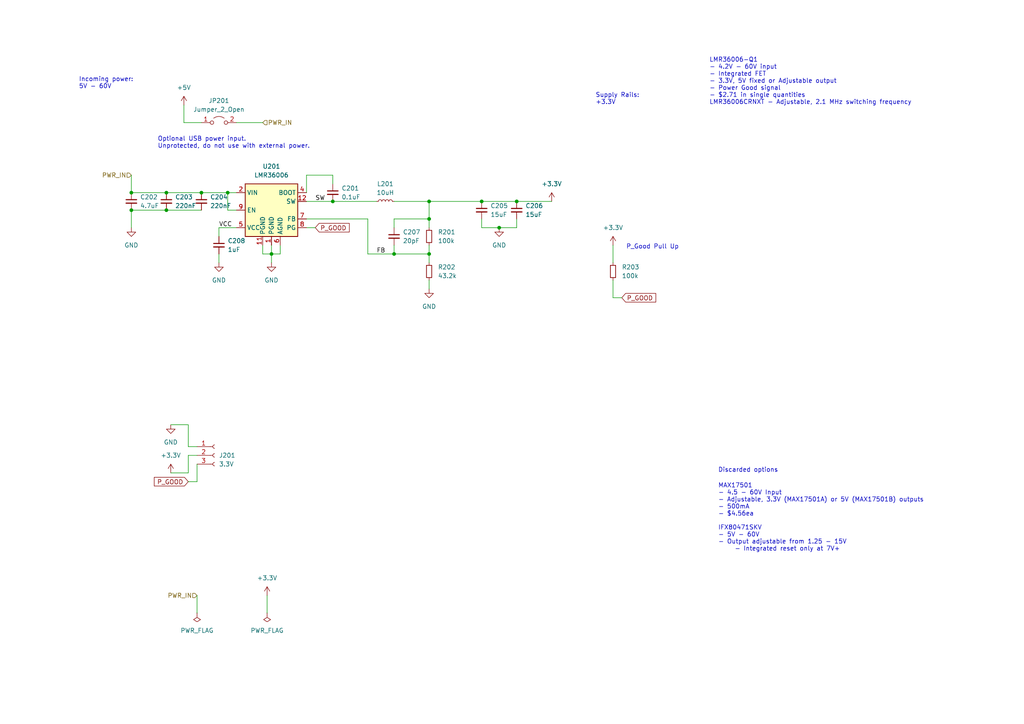
<source format=kicad_sch>
(kicad_sch (version 20230121) (generator eeschema)
  (paper "A4")
  (lib_symbols
    (symbol "BVH_Power:LMR36006"
      (property "Reference" "U201" (at 0 12.7 0))
      (property "Value" "LMR36006" (at 0 10.16 0))
      (symbol "LMR36006_0_1"
        (rectangle (start -7.62 7.62) (end 7.62 -7.62) (stroke (width 0.254)) (fill (type background)))
      )
      (symbol "LMR36006_1_1"
        (pin power_in line (at 0 -10.16 90) (length 2.54) (name "PGND") (number "1"))
        (pin power_in line (at -10.16 5.08 0) (length 2.54) hide (name "VIN") (number "10"))
        (pin input line (at -2.54 -10.16 90) (length 2.54) (name "PGND") (number "11"))
        (pin power_out line (at 10.16 2.54 180) (length 2.54) (name "SW") (number "12"))
        (pin power_in line (at -10.16 5.08 0) (length 2.54) (name "VIN") (number "2"))
        (pin output line (at 10.16 2.54 180) (length 2.54) hide (name "SW") (number "3"))
        (pin input line (at 10.16 5.08 180) (length 2.54) (name "BOOT") (number "4"))
        (pin output line (at -10.16 -5.08 0) (length 2.54) (name "VCC") (number "5"))
        (pin power_in line (at 2.54 -10.16 90) (length 2.54) (name "AGND") (number "6"))
        (pin input line (at 10.16 -2.54 180) (length 2.54) (name "FB") (number "7"))
        (pin open_collector line (at 10.16 -5.08 180) (length 2.54) (name "PG") (number "8"))
        (pin input line (at -10.16 0 0) (length 2.54) (name "EN") (number "9"))
      )
    )
    (symbol "Connector:Conn_01x03_Socket" (pin_names (offset 1.016) hide)
      (property "Reference" "J" (at 0 5.08 0))
      (property "Value" "Conn_01x03_Socket" (at 0 -5.08 0))
      (symbol "Conn_01x03_Socket_1_1"
        (arc (start 0 -2.032) (mid -0.5058 -2.54) (end 0 -3.048) (stroke (width 0.1524)))
        (polyline (pts (xy -1.27 -2.54) (xy -0.508 -2.54)) (stroke (width 0.1524)))
        (polyline (pts (xy -1.27 0) (xy -0.508 0)) (stroke (width 0.1524)))
        (polyline (pts (xy -1.27 2.54) (xy -0.508 2.54)) (stroke (width 0.1524)))
        (arc (start 0 0.508) (mid -0.5058 0) (end 0 -0.508) (stroke (width 0.1524)))
        (arc (start 0 3.048) (mid -0.5058 2.54) (end 0 2.032) (stroke (width 0.1524)))
        (pin passive line (at -5.08 2.54 0) (length 3.81) (name "Pin_1") (number "1"))
        (pin passive line (at -5.08 0 0) (length 3.81) (name "Pin_2") (number "2"))
        (pin passive line (at -5.08 -2.54 0) (length 3.81) (name "Pin_3") (number "3"))
      )
    )
    (symbol "Device:C_Small" (pin_numbers hide) (pin_names (offset 0.254) hide)
      (property "Reference" "C" (at 0.254 1.778 0))
      (property "Value" "C_Small" (at 0.254 -2.032 0))
      (symbol "C_Small_0_1"
        (polyline (pts (xy -1.524 -0.508) (xy 1.524 -0.508)) (stroke (width 0.3302)))
        (polyline (pts (xy -1.524 0.508) (xy 1.524 0.508)) (stroke (width 0.3048)))
      )
      (symbol "C_Small_1_1"
        (pin passive line (at 0 2.54 270) (length 2.032) (name "~") (number "1"))
        (pin passive line (at 0 -2.54 90) (length 2.032) (name "~") (number "2"))
      )
    )
    (symbol "Device:L_Small" (pin_numbers hide) (pin_names (offset 0.254) hide)
      (property "Reference" "L" (at 0.762 1.016 0))
      (property "Value" "L_Small" (at 0.762 -1.016 0))
      (symbol "L_Small_0_1"
        (arc (start 0 -2.032) (mid 0.5058 -1.524) (end 0 -1.016))
        (arc (start 0 -1.016) (mid 0.5058 -0.508) (end 0 0))
        (arc (start 0 0) (mid 0.5058 0.508) (end 0 1.016))
        (arc (start 0 1.016) (mid 0.5058 1.524) (end 0 2.032))
      )
      (symbol "L_Small_1_1"
        (pin passive line (at 0 2.54 270) (length 0.508) (name "~") (number "1"))
        (pin passive line (at 0 -2.54 90) (length 0.508) (name "~") (number "2"))
      )
    )
    (symbol "Device:R_Small" (pin_numbers hide) (pin_names (offset 0.254) hide)
      (property "Reference" "R" (at 0.762 0.508 0))
      (property "Value" "R_Small" (at 0.762 -1.016 0))
      (symbol "R_Small_0_1"
        (rectangle (start -0.762 1.778) (end 0.762 -1.778) (stroke (width 0.2032)))
      )
      (symbol "R_Small_1_1"
        (pin passive line (at 0 2.54 270) (length 0.762) (name "~") (number "1"))
        (pin passive line (at 0 -2.54 90) (length 0.762) (name "~") (number "2"))
      )
    )
    (symbol "Jumper:Jumper_2_Open" (pin_names (offset 0) hide)
      (property "Reference" "JP" (at 0 2.794 0))
      (property "Value" "Jumper_2_Open" (at 0 -2.286 0))
      (symbol "Jumper_2_Open_0_0"
        (circle (center -2.032 0) (radius 0.508))
        (circle (center 2.032 0) (radius 0.508))
      )
      (symbol "Jumper_2_Open_0_1"
        (arc (start 1.524 1.27) (mid 0 1.778) (end -1.524 1.27))
      )
      (symbol "Jumper_2_Open_1_1"
        (pin passive line (at -5.08 0 0) (length 2.54) (name "A") (number "1"))
        (pin passive line (at 5.08 0 180) (length 2.54) (name "B") (number "2"))
      )
    )
    (symbol "power:+3.3V" (power) (pin_names (offset 0))
      (property "Value" "+3.3V" (at 0 3.556 0))
      (symbol "+3.3V_0_1"
        (polyline (pts (xy -0.762 1.27) (xy 0 2.54)))
        (polyline (pts (xy 0 0) (xy 0 2.54)))
        (polyline (pts (xy 0 2.54) (xy 0.762 1.27)))
      )
      (symbol "+3.3V_1_1"
        (pin power_in line (at 0 0 90) (length 0) hide (name "+3.3V") (number "1"))
      )
    )
    (symbol "power:+5V" (power) (pin_names (offset 0))
      (property "Value" "+5V" (at 0 3.556 0))
      (symbol "+5V_0_1"
        (polyline (pts (xy -0.762 1.27) (xy 0 2.54)))
        (polyline (pts (xy 0 0) (xy 0 2.54)))
        (polyline (pts (xy 0 2.54) (xy 0.762 1.27)))
      )
      (symbol "+5V_1_1"
        (pin power_in line (at 0 0 90) (length 0) hide (name "+5V") (number "1"))
      )
    )
    (symbol "power:GND" (power) (pin_names (offset 0))
      (property "Value" "GND" (at 0 -3.81 0))
      (symbol "GND_0_1"
        (polyline (pts (xy 0 0) (xy 0 -1.27) (xy 1.27 -1.27) (xy 0 -2.54) (xy -1.27 -1.27) (xy 0 -1.27)))
      )
      (symbol "GND_1_1"
        (pin power_in line (at 0 0 270) (length 0) hide (name "GND") (number "1"))
      )
    )
    (symbol "power:PWR_FLAG" (power) (pin_numbers hide) (pin_names (offset 0) hide)
      (property "Value" "PWR_FLAG" (at 0 3.81 0))
      (symbol "PWR_FLAG_0_0"
        (pin power_out line (at 0 0 90) (length 0) (name "pwr") (number "1"))
      )
      (symbol "PWR_FLAG_0_1"
        (polyline (pts (xy 0 0) (xy 0 1.27) (xy -1.016 1.905) (xy 0 2.54) (xy 1.016 1.905) (xy 0 1.27)))
      )
    )
  )
  (junction (at 48.26 60.96))
  (junction (at 38.1 60.96))
  (junction (at 38.1 55.88))
  (junction (at 124.46 73.66))
  (junction (at 139.7 58.42))
  (junction (at 96.52 58.42))
  (junction (at 114.3 73.66))
  (junction (at 124.46 63.5))
  (junction (at 58.42 55.88))
  (junction (at 48.26 55.88))
  (junction (at 149.86 58.42))
  (junction (at 144.78 66.04))
  (junction (at 78.74 73.66))
  (junction (at 124.46 58.42))
  (junction (at 66.04 55.88))
  (wire (pts (xy 88.9 50.8) (xy 96.52 50.8)))
  (wire (pts (xy 54.61 132.08) (xy 57.15 132.08)))
  (wire (pts (xy 77.47 172.72) (xy 77.47 177.8)))
  (wire (pts (xy 177.8 71.12) (xy 177.8 76.2)))
  (wire (pts (xy 177.8 81.28) (xy 177.8 86.36)))
  (wire (pts (xy 78.74 71.12) (xy 78.74 73.66)))
  (wire (pts (xy 38.1 60.96) (xy 48.26 60.96)))
  (wire (pts (xy 54.61 129.54) (xy 57.15 129.54)))
  (wire (pts (xy 139.7 58.42) (xy 149.86 58.42)))
  (wire (pts (xy 106.68 63.5) (xy 106.68 73.66)))
  (wire (pts (xy 66.04 55.88) (xy 68.58 55.88)))
  (wire (pts (xy 124.46 63.5) (xy 124.46 66.04)))
  (wire (pts (xy 66.04 60.96) (xy 66.04 55.88)))
  (wire (pts (xy 124.46 81.28) (xy 124.46 83.82)))
  (wire (pts (xy 88.9 55.88) (xy 88.9 50.8)))
  (wire (pts (xy 144.78 66.04) (xy 149.86 66.04)))
  (wire (pts (xy 54.61 139.7) (xy 57.15 139.7)))
  (wire (pts (xy 68.58 35.56) (xy 76.2 35.56)))
  (wire (pts (xy 124.46 58.42) (xy 139.7 58.42)))
  (wire (pts (xy 48.26 55.88) (xy 58.42 55.88)))
  (wire (pts (xy 124.46 71.12) (xy 124.46 73.66)))
  (wire (pts (xy 76.2 71.12) (xy 76.2 73.66)))
  (wire (pts (xy 149.86 66.04) (xy 149.86 63.5)))
  (wire (pts (xy 139.7 66.04) (xy 144.78 66.04)))
  (wire (pts (xy 68.58 60.96) (xy 66.04 60.96)))
  (wire (pts (xy 124.46 58.42) (xy 124.46 63.5)))
  (wire (pts (xy 76.2 73.66) (xy 78.74 73.66)))
  (wire (pts (xy 88.9 66.04) (xy 91.44 66.04)))
  (wire (pts (xy 114.3 66.04) (xy 114.3 63.5)))
  (wire (pts (xy 54.61 137.16) (xy 54.61 132.08)))
  (wire (pts (xy 58.42 55.88) (xy 66.04 55.88)))
  (wire (pts (xy 57.15 139.7) (xy 57.15 134.62)))
  (wire (pts (xy 58.42 35.56) (xy 53.34 35.56)))
  (wire (pts (xy 48.26 60.96) (xy 58.42 60.96)))
  (wire (pts (xy 38.1 55.88) (xy 48.26 55.88)))
  (wire (pts (xy 114.3 71.12) (xy 114.3 73.66)))
  (wire (pts (xy 63.5 66.04) (xy 68.58 66.04)))
  (wire (pts (xy 49.53 137.16) (xy 54.61 137.16)))
  (wire (pts (xy 177.8 86.36) (xy 180.34 86.36)))
  (wire (pts (xy 63.5 73.66) (xy 63.5 76.2)))
  (wire (pts (xy 149.86 58.42) (xy 160.02 58.42)))
  (wire (pts (xy 106.68 73.66) (xy 114.3 73.66)))
  (wire (pts (xy 96.52 50.8) (xy 96.52 53.34)))
  (wire (pts (xy 38.1 50.8) (xy 38.1 55.88)))
  (wire (pts (xy 38.1 60.96) (xy 38.1 66.04)))
  (wire (pts (xy 63.5 66.04) (xy 63.5 68.58)))
  (wire (pts (xy 114.3 58.42) (xy 124.46 58.42)))
  (wire (pts (xy 49.53 123.19) (xy 54.61 123.19)))
  (wire (pts (xy 53.34 35.56) (xy 53.34 30.48)))
  (wire (pts (xy 88.9 58.42) (xy 96.52 58.42)))
  (wire (pts (xy 96.52 58.42) (xy 109.22 58.42)))
  (wire (pts (xy 139.7 63.5) (xy 139.7 66.04)))
  (wire (pts (xy 88.9 63.5) (xy 106.68 63.5)))
  (wire (pts (xy 54.61 123.19) (xy 54.61 129.54)))
  (wire (pts (xy 78.74 73.66) (xy 78.74 76.2)))
  (wire (pts (xy 114.3 73.66) (xy 124.46 73.66)))
  (wire (pts (xy 57.15 172.72) (xy 57.15 177.8)))
  (wire (pts (xy 124.46 73.66) (xy 124.46 76.2)))
  (wire (pts (xy 81.28 73.66) (xy 81.28 71.12)))
  (wire (pts (xy 114.3 63.5) (xy 124.46 63.5)))
  (wire (pts (xy 78.74 73.66) (xy 81.28 73.66)))
  (text "MAX17501\n- 4.5 - 60V Input\n- Adjustable, 3.3V (MAX17501A) or 5V (MAX17501B) outputs\n- 500mA\n- $4.56ea" (at 208.28 149.86 0) (effects (font (size 1.27 1.27)) (justify left bottom)))
  (text "LMR36006-Q1\n- 4.2V - 60V input\n- Integrated FET\n- 3.3V, 5V fixed or Adjustable output\n- Power Good signal\n- $2.71 in single quantities\nLMR36006CRNXT - Adjustable, 2.1 MHz switching frequency" (at 205.74 30.48 0) (effects (font (size 1.27 1.27)) (justify left bottom)))
  (text "IFX80471SKV\n- 5V - 60V\n- Output adjustable from 1.25 - 15V\n	- Integrated reset only at 7V+\n" (at 208.28 160.02 0) (effects (font (size 1.27 1.27)) (justify left bottom)))
  (text "P_Good Pull Up" (at 181.61 72.39 0) (effects (font (size 1.27 1.27)) (justify left bottom)))
  (text "Discarded options" (at 208.28 137.16 0) (effects (font (size 1.27 1.27)) (justify left bottom)))
  (text "Optional USB power input.  \nUnprotected, do not use with external power." (at 45.72 43.18 0) (effects (font (size 1.27 1.27)) (justify left bottom)))
  (text "Supply Rails:\n+3.3V" (at 172.72 30.48 0) (effects (font (size 1.27 1.27)) (justify left bottom)))
  (text "Incoming power:\n5V - 60V\n\n" (at 22.86 27.94 0) (effects (font (size 1.27 1.27)) (justify left bottom)))
  (label "FB" (at 109.22 73.66 0))
  (label "SW" (at 91.44 58.42 0))
  (label "VCC" (at 63.5 66.04 0))
  (global_label "P_GOOD" (shape input) (at 54.61 139.7 180) (property "Intersheetrefs" "${INTERSHEET_REFS}" (effects hide)))
  (global_label "P_GOOD" (shape input) (at 91.44 66.04 0) (property "Intersheetrefs" "${INTERSHEET_REFS}" (effects hide)))
  (global_label "P_GOOD" (shape input) (at 180.34 86.36 0) (property "Intersheetrefs" "${INTERSHEET_REFS}" (effects hide)))
  (hierarchical_label "PWR_IN" (shape input) (at 57.15 172.72 180))
  (hierarchical_label "PWR_IN" (shape input) (at 76.2 35.56 0))
  (hierarchical_label "PWR_IN" (shape input) (at 38.1 50.8 180))
  (symbol (lib_id "power:GND") (at 38.1 66.04 0) (unit 1)
    (property "Reference" "#PWR0204" (effects hide))
    (property "Value" "GND" (at 38.1 71.12 0))
  )
  (symbol (lib_id "Device:C_Small") (at 38.1 58.42 0) (unit 1)
    (property "Reference" "C202" (at 40.64 57.1563 0) (effects (justify left)))
    (property "Value" "4.7uF" (at 40.64 59.6963 0) (effects (justify left)))
    (property "Footprint" "Capacitor_SMD:C_1206_3216Metric" (effects hide))
  )
  (symbol (lib_id "Device:C_Small") (at 63.5 71.12 0) (unit 1)
    (property "Reference" "C208" (at 66.04 69.8563 0) (effects (justify left)))
    (property "Value" "1uF" (at 66.04 72.3963 0) (effects (justify left)))
    (property "Footprint" "Capacitor_SMD:C_0805_2012Metric" (effects hide))
  )
  (symbol (lib_id "power:+3.3V") (at 49.53 137.16 0) (unit 1)
    (property "Reference" "#PWR0202" (effects hide))
    (property "Value" "+3.3V" (at 49.53 132.08 0))
  )
  (symbol (lib_id "power:GND") (at 124.46 83.82 0) (unit 1)
    (property "Reference" "#PWR0209" (effects hide))
    (property "Value" "GND" (at 124.46 88.9 0))
  )
  (symbol (lib_id "power:GND") (at 49.53 123.19 0) (unit 1)
    (property "Reference" "#PWR0210" (effects hide))
    (property "Value" "GND" (at 49.53 128.27 0))
  )
  (symbol (lib_id "power:GND") (at 144.78 66.04 0) (unit 1)
    (property "Reference" "#PWR0205" (effects hide))
    (property "Value" "GND" (at 144.78 71.12 0))
  )
  (symbol (lib_id "power:GND") (at 63.5 76.2 0) (unit 1)
    (property "Reference" "#PWR0207" (effects hide))
    (property "Value" "GND" (at 63.5 81.28 0))
  )
  (symbol (lib_id "Device:R_Small") (at 124.46 78.74 0) (unit 1)
    (property "Reference" "R202" (at 127 77.47 0) (effects (justify left)))
    (property "Value" "43.2k" (at 127 80.01 0) (effects (justify left)))
    (property "Footprint" "Resistor_SMD:R_0603_1608Metric" (effects hide))
  )
  (symbol (lib_id "Device:C_Small") (at 139.7 60.96 0) (unit 1)
    (property "Reference" "C205" (at 142.24 59.6963 0) (effects (justify left)))
    (property "Value" "15uF" (at 142.24 62.2363 0) (effects (justify left)))
    (property "Footprint" "Capacitor_SMD:C_1206_3216Metric" (effects hide))
  )
  (symbol (lib_id "Device:C_Small") (at 149.86 60.96 0) (unit 1)
    (property "Reference" "C206" (at 152.4 59.6963 0) (effects (justify left)))
    (property "Value" "15uF" (at 152.4 62.2363 0) (effects (justify left)))
    (property "Footprint" "Capacitor_SMD:C_1206_3216Metric" (effects hide))
  )
  (symbol (lib_id "power:PWR_FLAG") (at 57.15 177.8 180) (unit 1)
    (property "Reference" "#FLG0201" (effects hide))
    (property "Value" "PWR_FLAG" (at 57.15 182.88 0))
  )
  (symbol (lib_id "Device:C_Small") (at 58.42 58.42 0) (unit 1)
    (property "Reference" "C204" (at 60.96 57.1563 0) (effects (justify left)))
    (property "Value" "220nF" (at 60.96 59.6963 0) (effects (justify left)))
    (property "Footprint" "Capacitor_SMD:C_1206_3216Metric" (effects hide))
  )
  (symbol (lib_id "power:+3.3V") (at 160.02 58.42 0) (unit 1)
    (property "Reference" "#PWR0203" (effects hide))
    (property "Value" "+3.3V" (at 160.02 53.34 0))
  )
  (symbol (lib_id "Jumper:Jumper_2_Open") (at 63.5 35.56 0) (unit 1)
    (property "Reference" "JP201" (at 63.5 29.21 0))
    (property "Value" "Jumper_2_Open" (at 63.5 31.75 0))
    (property "Footprint" "Jumper:SolderJumper-2_P1.3mm_Open_RoundedPad1.0x1.5mm" (effects hide))
  )
  (symbol (lib_id "Device:C_Small") (at 114.3 68.58 0) (unit 1)
    (property "Reference" "C207" (at 116.84 67.3163 0) (effects (justify left)))
    (property "Value" "20pF" (at 116.84 69.8563 0) (effects (justify left)))
    (property "Footprint" "Capacitor_SMD:C_0805_2012Metric" (effects hide))
  )
  (symbol (lib_id "power:GND") (at 78.74 76.2 0) (unit 1)
    (property "Reference" "#PWR0208" (effects hide))
    (property "Value" "GND" (at 78.74 81.28 0))
  )
  (symbol (lib_id "power:+3.3V") (at 177.8 71.12 0) (unit 1)
    (property "Reference" "#PWR0206" (effects hide))
    (property "Value" "+3.3V" (at 177.8 66.04 0))
  )
  (symbol (lib_id "Device:R_Small") (at 124.46 68.58 0) (unit 1)
    (property "Reference" "R201" (at 127 67.31 0) (effects (justify left)))
    (property "Value" "100k" (at 127 69.85 0) (effects (justify left)))
    (property "Footprint" "Resistor_SMD:R_0603_1608Metric" (effects hide))
  )
  (symbol (lib_id "Connector:Conn_01x03_Socket") (at 62.23 132.08 0) (unit 1)
    (property "Reference" "J201" (at 63.5 132.08 0) (effects (justify left)))
    (property "Value" "3.3V" (at 63.5 134.62 0) (effects (justify left)))
    (property "Footprint" "Connector_PinHeader_2.54mm:PinHeader_1x03_P2.54mm_Vertical" (effects hide))
  )
  (symbol (lib_id "Device:R_Small") (at 177.8 78.74 0) (unit 1)
    (property "Reference" "R203" (at 180.34 77.47 0) (effects (justify left)))
    (property "Value" "100k" (at 180.34 80.01 0) (effects (justify left)))
    (property "Footprint" "Resistor_SMD:R_0603_1608Metric" (effects hide))
  )
  (symbol (lib_id "BVH_Power:LMR36006") (at 78.74 60.96 0) (unit 1)
    (property "Reference" "U201" (at 78.74 48.26 0))
    (property "Value" "LMR36006" (at 78.74 50.8 0))
    (property "Footprint" "BVH_Power:LMR36006-VQFN-HR" (effects hide))
    (property "Datasheet" "https://www.ti.com/lit/ds/symlink/lmr36006.pdf" (effects hide))
  )
  (symbol (lib_id "Device:C_Small") (at 48.26 58.42 0) (unit 1)
    (property "Reference" "C203" (at 50.8 57.1563 0) (effects (justify left)))
    (property "Value" "220nF" (at 50.8 59.6963 0) (effects (justify left)))
    (property "Footprint" "Capacitor_SMD:C_1206_3216Metric" (effects hide))
  )
  (symbol (lib_id "power:+3.3V") (at 77.47 172.72 0) (unit 1)
    (property "Reference" "#PWR0211" (effects hide))
    (property "Value" "+3.3V" (at 77.47 167.64 0))
  )
  (symbol (lib_id "Device:L_Small") (at 111.76 58.42 90) (unit 1)
    (property "Reference" "L201" (at 111.76 53.34 90))
    (property "Value" "10uH" (at 111.76 55.88 90))
    (property "Footprint" "Inductor_SMD:L_Taiyo-Yuden_MD-4040" (effects hide))
    (property "Datasheet" "https://www.tai-tech.com.tw/_upload/files/Specification/general/HPC4018NF-SERIES.pdf" (effects hide))
  )
  (symbol (lib_id "Device:C_Small") (at 96.52 55.88 0) (unit 1)
    (property "Reference" "C201" (at 99.06 54.6163 0) (effects (justify left)))
    (property "Value" "0.1uF" (at 99.06 57.1563 0) (effects (justify left)))
    (property "Footprint" "Capacitor_SMD:C_0603_1608Metric" (effects hide))
  )
  (symbol (lib_id "power:+5V") (at 53.34 30.48 0) (unit 1)
    (property "Reference" "#PWR0201" (effects hide))
    (property "Value" "+5V" (at 53.34 25.4 0))
  )
  (symbol (lib_id "power:PWR_FLAG") (at 77.47 177.8 180) (unit 1)
    (property "Reference" "#FLG0202" (effects hide))
    (property "Value" "PWR_FLAG" (at 77.47 182.88 0))
  )
)
</source>
